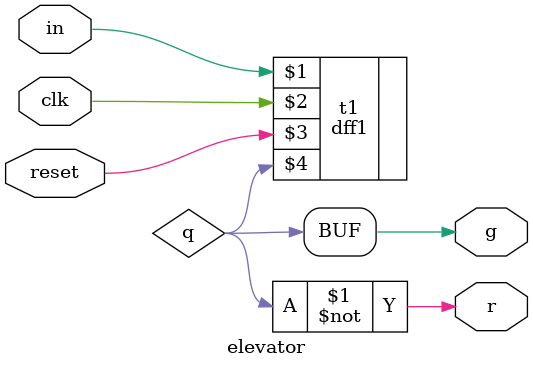
<source format=v>
`include "dff1.v"
module elevator(in,r,g,clk,reset);
	input in,clk,reset;
	output r,g;
	wire q;
	dff1 t1(in,clk,reset,q);
	assign r=~q;
	assign g=q;
	endmodule
</source>
